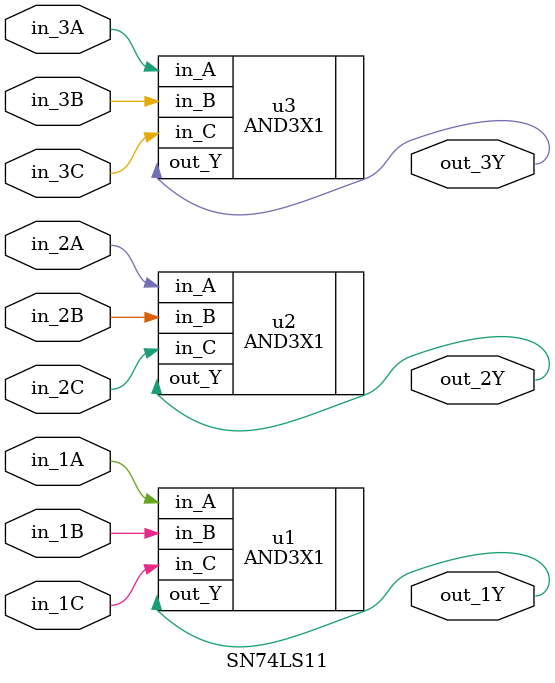
<source format=v>
`timescale 1ns / 1ps

module SN74LS11
(
   //portlist
   in_1A,	 in_2A, 	in_3A,
   in_1B,	 in_2B,		in_3B,
   in_1C,	 in_2C,		in_3C,
   out_1Y,	 out_2Y,	out_3Y
);

// port declaration
  input in_1A;  	input in_2A;    	input in_3A;
  input in_1B;  	input in_2B;    	input in_3B;
  input in_1C;  	input in_2C;    	input in_3C;
  output out_1Y;	output out_2Y;  	output out_3Y;
	
//modeling
AND3X1 u1 (.out_Y(out_1Y), .in_A(in_1A), .in_B(in_1B), .in_C(in_1C));
AND3X1 u2 (.out_Y(out_2Y), .in_A(in_2A), .in_B(in_2B), .in_C(in_2C));
AND3X1 u3 (.out_Y(out_3Y), .in_A(in_3A), .in_B(in_3B), .in_C(in_3C));


endmodule

</source>
